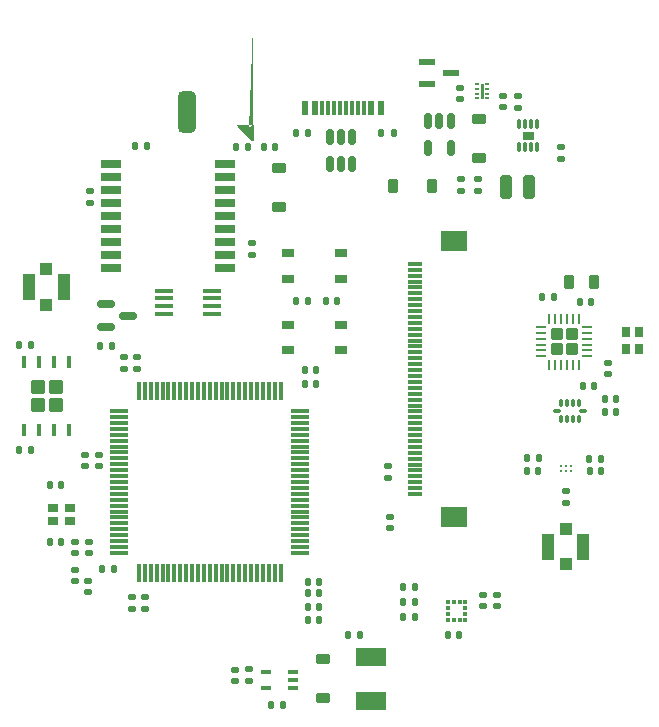
<source format=gbr>
%TF.GenerationSoftware,KiCad,Pcbnew,8.0.1*%
%TF.CreationDate,2024-08-18T17:01:31-04:00*%
%TF.ProjectId,stm32h7,73746d33-3268-4372-9e6b-696361645f70,rev?*%
%TF.SameCoordinates,Original*%
%TF.FileFunction,Paste,Top*%
%TF.FilePolarity,Positive*%
%FSLAX46Y46*%
G04 Gerber Fmt 4.6, Leading zero omitted, Abs format (unit mm)*
G04 Created by KiCad (PCBNEW 8.0.1) date 2024-08-18 17:01:31*
%MOMM*%
%LPD*%
G01*
G04 APERTURE LIST*
G04 Aperture macros list*
%AMRoundRect*
0 Rectangle with rounded corners*
0 $1 Rounding radius*
0 $2 $3 $4 $5 $6 $7 $8 $9 X,Y pos of 4 corners*
0 Add a 4 corners polygon primitive as box body*
4,1,4,$2,$3,$4,$5,$6,$7,$8,$9,$2,$3,0*
0 Add four circle primitives for the rounded corners*
1,1,$1+$1,$2,$3*
1,1,$1+$1,$4,$5*
1,1,$1+$1,$6,$7*
1,1,$1+$1,$8,$9*
0 Add four rect primitives between the rounded corners*
20,1,$1+$1,$2,$3,$4,$5,0*
20,1,$1+$1,$4,$5,$6,$7,0*
20,1,$1+$1,$6,$7,$8,$9,0*
20,1,$1+$1,$8,$9,$2,$3,0*%
%AMFreePoly0*
4,1,50,0.364509,0.373079,0.400557,0.358147,0.402331,0.356372,0.403779,0.355902,0.406374,0.352329,0.428147,0.330557,0.436043,0.311493,0.440106,0.305902,0.441186,0.299076,0.443079,0.294509,0.443090,0.287057,0.445000,0.275000,0.445000,-0.965000,0.443079,-0.984509,0.428147,-1.020558,0.426371,-1.022333,0.425902,-1.023779,0.422332,-1.026372,0.400558,-1.048147,0.381492,-1.056044,
0.375902,-1.060106,0.371686,-1.060106,0.364509,-1.063079,0.325491,-1.063079,0.318314,-1.060106,0.314098,-1.060106,0.305304,-1.054717,0.289443,-1.048147,0.281262,-1.039984,0.274289,-1.035711,-0.965711,0.204289,-0.978147,0.219443,-0.993079,0.255491,-0.993079,0.258002,-0.993769,0.259357,-0.993079,0.263713,-0.993079,0.294509,-0.985182,0.313573,-0.984101,0.320399,-0.981119,0.323380,
-0.978147,0.330557,-0.950557,0.358147,-0.943380,0.361119,-0.940399,0.364101,-0.930371,0.366508,-0.914509,0.373079,-0.902928,0.373096,-0.895000,0.375000,0.345000,0.375000,0.364509,0.373079,0.364509,0.373079,$1*%
G04 Aperture macros list end*
%ADD10C,0.010000*%
%ADD11RoundRect,0.140000X-0.140000X-0.170000X0.140000X-0.170000X0.140000X0.170000X-0.140000X0.170000X0*%
%ADD12RoundRect,0.140000X0.170000X-0.140000X0.170000X0.140000X-0.170000X0.140000X-0.170000X-0.140000X0*%
%ADD13RoundRect,0.135000X-0.135000X-0.185000X0.135000X-0.185000X0.135000X0.185000X-0.135000X0.185000X0*%
%ADD14RoundRect,0.140000X0.140000X0.170000X-0.140000X0.170000X-0.140000X-0.170000X0.140000X-0.170000X0*%
%ADD15RoundRect,0.147500X-0.172500X0.147500X-0.172500X-0.147500X0.172500X-0.147500X0.172500X0.147500X0*%
%ADD16RoundRect,0.218750X-0.218750X-0.381250X0.218750X-0.381250X0.218750X0.381250X-0.218750X0.381250X0*%
%ADD17R,1.000000X1.000000*%
%ADD18R,1.050000X2.200000*%
%ADD19RoundRect,0.225000X0.225000X0.375000X-0.225000X0.375000X-0.225000X-0.375000X0.225000X-0.375000X0*%
%ADD20RoundRect,0.135000X-0.185000X0.135000X-0.185000X-0.135000X0.185000X-0.135000X0.185000X0.135000X0*%
%ADD21R,1.300000X0.300000*%
%ADD22R,2.200000X1.800000*%
%ADD23RoundRect,0.150000X-0.150000X0.512500X-0.150000X-0.512500X0.150000X-0.512500X0.150000X0.512500X0*%
%ADD24R,0.900000X0.800000*%
%ADD25RoundRect,0.250000X0.250000X0.750000X-0.250000X0.750000X-0.250000X-0.750000X0.250000X-0.750000X0*%
%ADD26R,1.320800X0.558800*%
%ADD27RoundRect,0.140000X-0.170000X0.140000X-0.170000X-0.140000X0.170000X-0.140000X0.170000X0.140000X0*%
%ADD28R,0.254000X0.254000*%
%ADD29RoundRect,0.150000X0.150000X-0.512500X0.150000X0.512500X-0.150000X0.512500X-0.150000X-0.512500X0*%
%ADD30R,1.524000X0.457200*%
%ADD31R,0.800000X0.900000*%
%ADD32RoundRect,0.147500X0.147500X0.172500X-0.147500X0.172500X-0.147500X-0.172500X0.147500X-0.172500X0*%
%ADD33R,0.990600X0.711200*%
%ADD34RoundRect,0.225000X-0.375000X0.225000X-0.375000X-0.225000X0.375000X-0.225000X0.375000X0.225000X0*%
%ADD35RoundRect,0.225000X0.375000X-0.225000X0.375000X0.225000X-0.375000X0.225000X-0.375000X-0.225000X0*%
%ADD36RoundRect,0.135000X0.135000X0.185000X-0.135000X0.185000X-0.135000X-0.185000X0.135000X-0.185000X0*%
%ADD37R,1.800000X0.800000*%
%ADD38R,0.850001X0.399999*%
%ADD39RoundRect,0.062500X0.092500X0.062500X-0.092500X0.062500X-0.092500X-0.062500X0.092500X-0.062500X0*%
%ADD40R,2.500000X1.500000*%
%ADD41RoundRect,0.250001X0.354999X-0.354999X0.354999X0.354999X-0.354999X0.354999X-0.354999X-0.354999X0*%
%ADD42RoundRect,0.100000X0.100000X-0.425000X0.100000X0.425000X-0.100000X0.425000X-0.100000X-0.425000X0*%
%ADD43RoundRect,0.075000X-0.075000X0.225000X-0.075000X-0.225000X0.075000X-0.225000X0.075000X0.225000X0*%
%ADD44RoundRect,0.075000X-0.237500X0.075000X-0.237500X-0.075000X0.237500X-0.075000X0.237500X0.075000X0*%
%ADD45FreePoly0,270.000000*%
%ADD46RoundRect,0.375000X-0.375000X1.375000X-0.375000X-1.375000X0.375000X-1.375000X0.375000X1.375000X0*%
%ADD47R,0.600000X1.240000*%
%ADD48R,0.300000X1.240000*%
%ADD49RoundRect,0.150000X-0.587500X-0.150000X0.587500X-0.150000X0.587500X0.150000X-0.587500X0.150000X0*%
%ADD50R,0.430000X0.350000*%
%ADD51R,0.350000X0.430000*%
%ADD52RoundRect,0.075000X-0.725000X-0.075000X0.725000X-0.075000X0.725000X0.075000X-0.725000X0.075000X0*%
%ADD53RoundRect,0.075000X-0.075000X-0.725000X0.075000X-0.725000X0.075000X0.725000X-0.075000X0.725000X0*%
%ADD54RoundRect,0.250000X0.275000X0.275000X-0.275000X0.275000X-0.275000X-0.275000X0.275000X-0.275000X0*%
%ADD55RoundRect,0.062500X0.350000X0.062500X-0.350000X0.062500X-0.350000X-0.062500X0.350000X-0.062500X0*%
%ADD56RoundRect,0.062500X0.062500X0.350000X-0.062500X0.350000X-0.062500X-0.350000X0.062500X-0.350000X0*%
%ADD57RoundRect,0.033750X-0.101250X0.346250X-0.101250X-0.346250X0.101250X-0.346250X0.101250X0.346250X0*%
G04 APERTURE END LIST*
D10*
%TO.C,U2*%
X141885000Y-47623674D02*
X141715000Y-47623674D01*
X141715000Y-47043674D01*
X141885000Y-47043674D01*
X141885000Y-47623674D01*
G36*
X141885000Y-47623674D02*
G01*
X141715000Y-47623674D01*
X141715000Y-47043674D01*
X141885000Y-47043674D01*
X141885000Y-47623674D01*
G37*
X141885000Y-48243674D02*
X141715000Y-48243674D01*
X141715000Y-47663674D01*
X141885000Y-47663674D01*
X141885000Y-48243674D01*
G36*
X141885000Y-48243674D02*
G01*
X141715000Y-48243674D01*
X141715000Y-47663674D01*
X141885000Y-47663674D01*
X141885000Y-48243674D01*
G37*
%TO.C,U10*%
X146110000Y-51665000D02*
X145290000Y-51665000D01*
X145290000Y-51105000D01*
X146110000Y-51105000D01*
X146110000Y-51665000D01*
G36*
X146110000Y-51665000D02*
G01*
X145290000Y-51665000D01*
X145290000Y-51105000D01*
X146110000Y-51105000D01*
X146110000Y-51665000D01*
G37*
%TD*%
D11*
%TO.C,C27*%
X126820000Y-72400000D03*
X127780000Y-72400000D03*
%TD*%
%TO.C,C33*%
X138900000Y-93650000D03*
X139860000Y-93650000D03*
%TD*%
%TO.C,C11*%
X102620000Y-69100000D03*
X103580000Y-69100000D03*
%TD*%
%TO.C,C14*%
X123970000Y-99600000D03*
X124930000Y-99600000D03*
%TD*%
D12*
%TO.C,C39*%
X141900000Y-91260000D03*
X141900000Y-90300000D03*
%TD*%
D13*
%TO.C,R18*%
X102590000Y-78000000D03*
X103610000Y-78000000D03*
%TD*%
D11*
%TO.C,C16*%
X123320000Y-52400000D03*
X124280000Y-52400000D03*
%TD*%
D13*
%TO.C,R1*%
X126030000Y-65400000D03*
X127050000Y-65400000D03*
%TD*%
D14*
%TO.C,C18*%
X147880000Y-65100000D03*
X146920000Y-65100000D03*
%TD*%
D15*
%TO.C,L3*%
X108600000Y-56115000D03*
X108600000Y-57085000D03*
%TD*%
D13*
%TO.C,R12*%
X150890000Y-78800000D03*
X151910000Y-78800000D03*
%TD*%
D16*
%TO.C,L4*%
X149157500Y-63770000D03*
X151282500Y-63770000D03*
%TD*%
D17*
%TO.C,J4*%
X148900000Y-84700000D03*
D18*
X150375000Y-86200000D03*
D17*
X148900000Y-87700000D03*
D18*
X147425000Y-86200000D03*
%TD*%
D19*
%TO.C,D4*%
X137550000Y-55700000D03*
X134250000Y-55700000D03*
%TD*%
D20*
%TO.C,R9*%
X141450000Y-55090000D03*
X141450000Y-56110000D03*
%TD*%
D13*
%TO.C,R7*%
X133290000Y-51200000D03*
X134310000Y-51200000D03*
%TD*%
D11*
%TO.C,C30*%
X127050000Y-90100000D03*
X128010000Y-90100000D03*
%TD*%
D21*
%TO.C,J5*%
X136150000Y-81750000D03*
X136150000Y-81250000D03*
X136150000Y-80750000D03*
X136150000Y-80250000D03*
X136150000Y-79750000D03*
X136150000Y-79250000D03*
X136150000Y-78750000D03*
X136150000Y-78250000D03*
X136150000Y-77750000D03*
X136150000Y-77250000D03*
X136150000Y-76750000D03*
X136150000Y-76250000D03*
X136150000Y-75750000D03*
X136150000Y-75250000D03*
X136150000Y-74750000D03*
X136150000Y-74250000D03*
X136150000Y-73750000D03*
X136150000Y-73250000D03*
X136150000Y-72750000D03*
X136150000Y-72250000D03*
X136150000Y-71750000D03*
X136150000Y-71250000D03*
X136150000Y-70750000D03*
X136150000Y-70250000D03*
X136150000Y-69750000D03*
X136150000Y-69250000D03*
X136150000Y-68750000D03*
X136150000Y-68250000D03*
X136150000Y-67750000D03*
X136150000Y-67250000D03*
X136150000Y-66750000D03*
X136150000Y-66250000D03*
X136150000Y-65750000D03*
X136150000Y-65250000D03*
X136150000Y-64750000D03*
X136150000Y-64250000D03*
X136150000Y-63750000D03*
X136150000Y-63250000D03*
X136150000Y-62750000D03*
X136150000Y-62250000D03*
D22*
X139400000Y-83650000D03*
X139400000Y-60350000D03*
%TD*%
D23*
%TO.C,U4*%
X139150000Y-50150000D03*
X138200000Y-50150000D03*
X137250000Y-50150000D03*
X137250000Y-52425000D03*
X139150000Y-52425000D03*
%TD*%
D24*
%TO.C,Y1*%
X106900000Y-82900000D03*
X105500000Y-82900000D03*
X105500000Y-84000000D03*
X106900000Y-84000000D03*
%TD*%
D11*
%TO.C,C29*%
X127050000Y-89150000D03*
X128010000Y-89150000D03*
%TD*%
D12*
%TO.C,C3*%
X139900000Y-48310000D03*
X139900000Y-47350000D03*
%TD*%
D11*
%TO.C,C4*%
X105220000Y-85800000D03*
X106180000Y-85800000D03*
%TD*%
D25*
%TO.C,J2*%
X143800000Y-55750000D03*
X145800000Y-55750000D03*
%TD*%
D26*
%TO.C,U7*%
X137134000Y-45134800D03*
X137134000Y-47065200D03*
X139166000Y-46100000D03*
%TD*%
D11*
%TO.C,C20*%
X152220000Y-74800000D03*
X153180000Y-74800000D03*
%TD*%
D12*
%TO.C,C38*%
X143050000Y-91260000D03*
X143050000Y-90300000D03*
%TD*%
D27*
%TO.C,C24*%
X134000000Y-83650000D03*
X134000000Y-84610000D03*
%TD*%
D14*
%TO.C,C2*%
X128030000Y-91300000D03*
X127070000Y-91300000D03*
%TD*%
D28*
%TO.C,U12*%
X149299998Y-79400000D03*
X148899999Y-79400000D03*
X148500000Y-79400000D03*
X148500000Y-79806400D03*
X148899999Y-79806400D03*
X149299998Y-79806400D03*
%TD*%
D20*
%TO.C,R8*%
X140000000Y-55090000D03*
X140000000Y-56110000D03*
%TD*%
D27*
%TO.C,C9*%
X108500000Y-85770000D03*
X108500000Y-86730000D03*
%TD*%
D29*
%TO.C,U3*%
X128900000Y-53800000D03*
X129850000Y-53800000D03*
X130800000Y-53800000D03*
X130800000Y-51525000D03*
X129850000Y-51525000D03*
X128900000Y-51525000D03*
%TD*%
D30*
%TO.C,U5*%
X118932000Y-66465200D03*
X118932000Y-65830200D03*
X118932000Y-65169800D03*
X118932000Y-64534800D03*
X114868000Y-64534800D03*
X114868000Y-65169800D03*
X114868000Y-65830200D03*
X114868000Y-66465200D03*
%TD*%
D31*
%TO.C,Q1_Xtal1*%
X153980000Y-68050000D03*
X153980000Y-69450000D03*
X155080000Y-69450000D03*
X155080000Y-68050000D03*
%TD*%
D20*
%TO.C,R11*%
X148450000Y-52390000D03*
X148450000Y-53410000D03*
%TD*%
D32*
%TO.C,FB1*%
X110635000Y-88080000D03*
X109665000Y-88080000D03*
%TD*%
D20*
%TO.C,R19*%
X133850000Y-79340000D03*
X133850000Y-80360000D03*
%TD*%
D11*
%TO.C,C23*%
X152220000Y-73700000D03*
X153180000Y-73700000D03*
%TD*%
D13*
%TO.C,R16*%
X135090000Y-89600000D03*
X136110000Y-89600000D03*
%TD*%
D14*
%TO.C,C5*%
X106180000Y-81000000D03*
X105220000Y-81000000D03*
%TD*%
D33*
%TO.C,SW2*%
X125399998Y-67416501D03*
X129900000Y-67416501D03*
X125399998Y-69566499D03*
X129900000Y-69566499D03*
%TD*%
D13*
%TO.C,R15*%
X135090000Y-92150000D03*
X136110000Y-92150000D03*
%TD*%
D12*
%TO.C,C12*%
X143550000Y-49010000D03*
X143550000Y-48050000D03*
%TD*%
%TO.C,C34*%
X112600000Y-71130000D03*
X112600000Y-70170000D03*
%TD*%
D34*
%TO.C,D1*%
X141550000Y-49950000D03*
X141550000Y-53250000D03*
%TD*%
D35*
%TO.C,D3*%
X128350000Y-99000000D03*
X128350000Y-95700000D03*
%TD*%
D27*
%TO.C,C10*%
X107350000Y-85770000D03*
X107350000Y-86730000D03*
%TD*%
D20*
%TO.C,R2*%
X122050000Y-96590000D03*
X122050000Y-97610000D03*
%TD*%
D12*
%TO.C,C13*%
X144850000Y-49030000D03*
X144850000Y-48070000D03*
%TD*%
D27*
%TO.C,C22*%
X120850000Y-96620000D03*
X120850000Y-97580000D03*
%TD*%
D12*
%TO.C,C19*%
X148900000Y-82480000D03*
X148900000Y-81520000D03*
%TD*%
D14*
%TO.C,C32*%
X146580000Y-79800000D03*
X145620000Y-79800000D03*
%TD*%
D20*
%TO.C,R4*%
X122300000Y-60490000D03*
X122300000Y-61510000D03*
%TD*%
D36*
%TO.C,R3*%
X122000000Y-52400000D03*
X120980000Y-52400000D03*
%TD*%
D35*
%TO.C,D2*%
X124600000Y-57400000D03*
X124600000Y-54100000D03*
%TD*%
D37*
%TO.C,ATGM336H1*%
X110350000Y-53800000D03*
X110350000Y-56000000D03*
X120050000Y-62600000D03*
X120050000Y-61500000D03*
X120050000Y-60400000D03*
X120050000Y-59300000D03*
X120050000Y-58200000D03*
X120050000Y-57100000D03*
X120050000Y-54900000D03*
X120050000Y-53800000D03*
X110350000Y-54900000D03*
X110350000Y-58200000D03*
X110350000Y-60400000D03*
X110350000Y-61500000D03*
X110350000Y-57100000D03*
X110350000Y-59300000D03*
X110350000Y-62600000D03*
X120050000Y-56000000D03*
%TD*%
D14*
%TO.C,C15*%
X113400000Y-52300000D03*
X112440000Y-52300000D03*
%TD*%
D11*
%TO.C,C31*%
X150920000Y-79800000D03*
X151880000Y-79800000D03*
%TD*%
D36*
%TO.C,R10*%
X110460000Y-69200000D03*
X109440000Y-69200000D03*
%TD*%
D38*
%TO.C,U11*%
X125800000Y-98150000D03*
X125800000Y-97499999D03*
X125800000Y-96850000D03*
X123549999Y-96850000D03*
X123549999Y-98150000D03*
%TD*%
D39*
%TO.C,U2*%
X142255000Y-48243674D03*
X142255000Y-47843674D03*
X142255000Y-47443674D03*
X142255000Y-47043674D03*
X141345000Y-47043674D03*
X141345000Y-47443674D03*
X141345000Y-47843674D03*
X141345000Y-48243674D03*
%TD*%
D40*
%TO.C,L1*%
X132400000Y-99250000D03*
X132400000Y-95550000D03*
%TD*%
D41*
%TO.C,U9*%
X104200000Y-74200000D03*
X105700000Y-74200000D03*
X104200000Y-72700000D03*
X105700000Y-72700000D03*
D42*
X103045000Y-76300000D03*
X104315000Y-76300000D03*
X105585000Y-76300000D03*
X106855000Y-76300000D03*
X106855000Y-70600000D03*
X105585000Y-70600000D03*
X104315000Y-70600000D03*
X103045000Y-70600000D03*
%TD*%
D43*
%TO.C,FL1*%
X150000000Y-74000000D03*
X149500000Y-74000000D03*
X149000000Y-74000000D03*
X148500000Y-74000000D03*
D44*
X148187500Y-74700000D03*
D43*
X148500000Y-75400000D03*
X149000000Y-75400000D03*
X149500000Y-75400000D03*
X150000000Y-75400000D03*
D44*
X150312500Y-74700000D03*
%TD*%
D45*
%TO.C,BT1*%
X122050000Y-50800000D03*
D46*
X116785000Y-49395000D03*
%TD*%
D14*
%TO.C,C1*%
X128030000Y-92450000D03*
X127070000Y-92450000D03*
%TD*%
D27*
%TO.C,C35*%
X108200000Y-78400000D03*
X108200000Y-79360000D03*
%TD*%
%TO.C,C17*%
X152500000Y-70620000D03*
X152500000Y-71580000D03*
%TD*%
D47*
%TO.C,J1*%
X133225000Y-49090000D03*
X132425000Y-49090000D03*
D48*
X131275000Y-49090000D03*
X130275000Y-49090000D03*
X129775000Y-49090000D03*
X128775000Y-49090000D03*
D47*
X127625000Y-49090000D03*
X126825000Y-49090000D03*
X126825000Y-49090000D03*
X127625000Y-49090000D03*
D48*
X128275000Y-49090000D03*
X129275000Y-49090000D03*
X130775000Y-49090000D03*
X131775000Y-49090000D03*
D47*
X132425000Y-49090000D03*
X133225000Y-49090000D03*
%TD*%
D33*
%TO.C,SW3*%
X125349998Y-61350000D03*
X129850000Y-61350000D03*
X125349998Y-63499998D03*
X129850000Y-63499998D03*
%TD*%
D49*
%TO.C,Q1*%
X109962500Y-65687500D03*
X109962500Y-67587500D03*
X111837500Y-66637500D03*
%TD*%
D12*
%TO.C,C28*%
X111450000Y-71130000D03*
X111450000Y-70170000D03*
%TD*%
D36*
%TO.C,R13*%
X146610000Y-78700000D03*
X145590000Y-78700000D03*
%TD*%
D11*
%TO.C,C6*%
X128570000Y-65400000D03*
X129530000Y-65400000D03*
%TD*%
D36*
%TO.C,R6*%
X127110000Y-51200000D03*
X126090000Y-51200000D03*
%TD*%
D32*
%TO.C,L5*%
X151285000Y-72600000D03*
X150315000Y-72600000D03*
%TD*%
D13*
%TO.C,R5*%
X130490000Y-93650000D03*
X131510000Y-93650000D03*
%TD*%
D27*
%TO.C,C25*%
X113250000Y-90500000D03*
X113250000Y-91460000D03*
%TD*%
D13*
%TO.C,R17*%
X135080000Y-90900000D03*
X136100000Y-90900000D03*
%TD*%
D27*
%TO.C,C37*%
X112150000Y-90500000D03*
X112150000Y-91460000D03*
%TD*%
%TO.C,C8*%
X108450000Y-89100000D03*
X108450000Y-90060000D03*
%TD*%
D50*
%TO.C,U8*%
X138910000Y-90900000D03*
X138910000Y-91400000D03*
X138910000Y-91900000D03*
X138910000Y-92400000D03*
D51*
X139405000Y-92395000D03*
X139905000Y-92395000D03*
D50*
X140400000Y-92400000D03*
X140400000Y-91900000D03*
X140400000Y-91400000D03*
X140400000Y-90900000D03*
D51*
X139905000Y-90905000D03*
X139405000Y-90905000D03*
%TD*%
D27*
%TO.C,C7*%
X107350000Y-88150000D03*
X107350000Y-89110000D03*
%TD*%
D52*
%TO.C,U1*%
X111075000Y-74725000D03*
X111075000Y-75225000D03*
X111075000Y-75725000D03*
X111075000Y-76225000D03*
X111075000Y-76725000D03*
X111075000Y-77225000D03*
X111075000Y-77725000D03*
X111075000Y-78225000D03*
X111075000Y-78725000D03*
X111075000Y-79225000D03*
X111075000Y-79725000D03*
X111075000Y-80225000D03*
X111075000Y-80725000D03*
X111075000Y-81225000D03*
X111075000Y-81725000D03*
X111075000Y-82225000D03*
X111075000Y-82725000D03*
X111075000Y-83225000D03*
X111075000Y-83725000D03*
X111075000Y-84225000D03*
X111075000Y-84725000D03*
X111075000Y-85225000D03*
X111075000Y-85725000D03*
X111075000Y-86225000D03*
X111075000Y-86725000D03*
D53*
X112750000Y-88400000D03*
X113250000Y-88400000D03*
X113750000Y-88400000D03*
X114250000Y-88400000D03*
X114750000Y-88400000D03*
X115250000Y-88400000D03*
X115750000Y-88400000D03*
X116250000Y-88400000D03*
X116750000Y-88400000D03*
X117250000Y-88400000D03*
X117750000Y-88400000D03*
X118250000Y-88400000D03*
X118750000Y-88400000D03*
X119250000Y-88400000D03*
X119750000Y-88400000D03*
X120250000Y-88400000D03*
X120750000Y-88400000D03*
X121250000Y-88400000D03*
X121750000Y-88400000D03*
X122250000Y-88400000D03*
X122750000Y-88400000D03*
X123250000Y-88400000D03*
X123750000Y-88400000D03*
X124250000Y-88400000D03*
X124750000Y-88400000D03*
D52*
X126425000Y-86725000D03*
X126425000Y-86225000D03*
X126425000Y-85725000D03*
X126425000Y-85225000D03*
X126425000Y-84725000D03*
X126425000Y-84225000D03*
X126425000Y-83725000D03*
X126425000Y-83225000D03*
X126425000Y-82725000D03*
X126425000Y-82225000D03*
X126425000Y-81725000D03*
X126425000Y-81225000D03*
X126425000Y-80725000D03*
X126425000Y-80225000D03*
X126425000Y-79725000D03*
X126425000Y-79225000D03*
X126425000Y-78725000D03*
X126425000Y-78225000D03*
X126425000Y-77725000D03*
X126425000Y-77225000D03*
X126425000Y-76725000D03*
X126425000Y-76225000D03*
X126425000Y-75725000D03*
X126425000Y-75225000D03*
X126425000Y-74725000D03*
D53*
X124750000Y-73050000D03*
X124250000Y-73050000D03*
X123750000Y-73050000D03*
X123250000Y-73050000D03*
X122750000Y-73050000D03*
X122250000Y-73050000D03*
X121750000Y-73050000D03*
X121250000Y-73050000D03*
X120750000Y-73050000D03*
X120250000Y-73050000D03*
X119750000Y-73050000D03*
X119250000Y-73050000D03*
X118750000Y-73050000D03*
X118250000Y-73050000D03*
X117750000Y-73050000D03*
X117250000Y-73050000D03*
X116750000Y-73050000D03*
X116250000Y-73050000D03*
X115750000Y-73050000D03*
X115250000Y-73050000D03*
X114750000Y-73050000D03*
X114250000Y-73050000D03*
X113750000Y-73050000D03*
X113250000Y-73050000D03*
X112750000Y-73050000D03*
%TD*%
D11*
%TO.C,C26*%
X126820000Y-71200000D03*
X127780000Y-71200000D03*
%TD*%
D54*
%TO.C,U6*%
X149410000Y-69490000D03*
X149410000Y-68190000D03*
X148110000Y-69490000D03*
X148110000Y-68190000D03*
D55*
X150697500Y-70090000D03*
X150697500Y-69590000D03*
X150697500Y-69090000D03*
X150697500Y-68590000D03*
X150697500Y-68090000D03*
X150697500Y-67590000D03*
D56*
X150010000Y-66902500D03*
X149510000Y-66902500D03*
X149010000Y-66902500D03*
X148510000Y-66902500D03*
X148010000Y-66902500D03*
X147510000Y-66902500D03*
D55*
X146822500Y-67590000D03*
X146822500Y-68090000D03*
X146822500Y-68590000D03*
X146822500Y-69090000D03*
X146822500Y-69590000D03*
X146822500Y-70090000D03*
D56*
X147510000Y-70777500D03*
X148010000Y-70777500D03*
X148510000Y-70777500D03*
X149010000Y-70777500D03*
X149510000Y-70777500D03*
X150010000Y-70777500D03*
%TD*%
D14*
%TO.C,C21*%
X151070000Y-65520000D03*
X150110000Y-65520000D03*
%TD*%
D17*
%TO.C,J3*%
X104900000Y-62700000D03*
D18*
X106375000Y-64200000D03*
D17*
X104900000Y-65700000D03*
D18*
X103425000Y-64200000D03*
%TD*%
D27*
%TO.C,C36*%
X109350000Y-78400000D03*
X109350000Y-79360000D03*
%TD*%
D57*
%TO.C,U10*%
X146450000Y-50400000D03*
X145950000Y-50400000D03*
X145450000Y-50400000D03*
X144950000Y-50400000D03*
X144950000Y-52370000D03*
X145450000Y-52370000D03*
X145950000Y-52370000D03*
X146450000Y-52370000D03*
%TD*%
M02*

</source>
